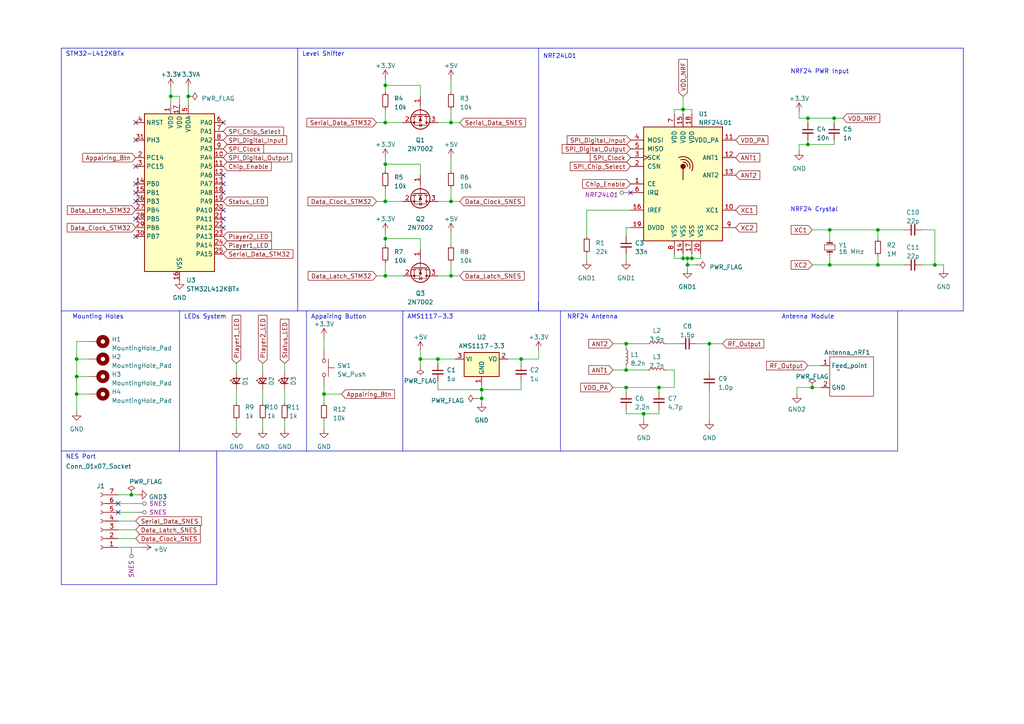
<source format=kicad_sch>
(kicad_sch (version 20230121) (generator eeschema)
  (paper "A4")
  (title_block (title "SNES Wireless Receiver (NRF24L01 Include)") (date "2023-04-17") (rev "2.0") (company "ENSEA"))
  (lib_symbols
    (symbol "Antenna_nRF24_2_4GHz:Antenna_nRF_2_4GHz"
      (property "Reference" "Antenna_nRF" (at 0 7.62 0))
      (symbol "Antenna_nRF_2_4GHz_0_1"
        (rectangle (start -6.35 6.35) (end 6.35 -5.08))
      )
      (symbol "Antenna_nRF_2_4GHz_1_1"
        (pin bidirectional line (at -8.89 3.81 0) (length 2.54) (name "Feed_point") (number "1"))
        (pin power_in line (at -8.89 -2.54 0) (length 2.54) (name "GND") (number "2"))
      )
    )
    (symbol "Connector:Conn_01x07_Socket" (pin_names (offset 1.016) hide)
      (property "Reference" "J" (at 0 10.16 0))
      (property "Value" "Conn_01x07_Socket" (at 0 -10.16 0))
      (symbol "Conn_01x07_Socket_1_1"
        (arc (start 0 -7.112) (mid -0.5058 -7.62) (end 0 -8.128) (stroke (width 0.1524)))
        (arc (start 0 -4.572) (mid -0.5058 -5.08) (end 0 -5.588) (stroke (width 0.1524)))
        (arc (start 0 -2.032) (mid -0.5058 -2.54) (end 0 -3.048) (stroke (width 0.1524)))
        (polyline (pts (xy -1.27 -7.62) (xy -0.508 -7.62)) (stroke (width 0.1524)))
        (polyline (pts (xy -1.27 -5.08) (xy -0.508 -5.08)) (stroke (width 0.1524)))
        (polyline (pts (xy -1.27 -2.54) (xy -0.508 -2.54)) (stroke (width 0.1524)))
        (polyline (pts (xy -1.27 0) (xy -0.508 0)) (stroke (width 0.1524)))
        (polyline (pts (xy -1.27 2.54) (xy -0.508 2.54)) (stroke (width 0.1524)))
        (polyline (pts (xy -1.27 5.08) (xy -0.508 5.08)) (stroke (width 0.1524)))
        (polyline (pts (xy -1.27 7.62) (xy -0.508 7.62)) (stroke (width 0.1524)))
        (arc (start 0 0.508) (mid -0.5058 0) (end 0 -0.508) (stroke (width 0.1524)))
        (arc (start 0 3.048) (mid -0.5058 2.54) (end 0 2.032) (stroke (width 0.1524)))
        (arc (start 0 5.588) (mid -0.5058 5.08) (end 0 4.572) (stroke (width 0.1524)))
        (arc (start 0 8.128) (mid -0.5058 7.62) (end 0 7.112) (stroke (width 0.1524)))
        (pin passive line (at -5.08 7.62 0) (length 3.81) (name "Pin_1") (number "1"))
        (pin passive line (at -5.08 5.08 0) (length 3.81) (name "Pin_2") (number "2"))
        (pin passive line (at -5.08 2.54 0) (length 3.81) (name "Pin_3") (number "3"))
        (pin passive line (at -5.08 0 0) (length 3.81) (name "Pin_4") (number "4"))
        (pin passive line (at -5.08 -2.54 0) (length 3.81) (name "Pin_5") (number "5"))
        (pin passive line (at -5.08 -5.08 0) (length 3.81) (name "Pin_6") (number "6"))
        (pin passive line (at -5.08 -7.62 0) (length 3.81) (name "Pin_7") (number "7"))
      )
    )
    (symbol "Device:C_Small" (pin_numbers hide) (pin_names (offset 0.254) hide)
      (property "Reference" "C" (at 0.254 1.778 0))
      (property "Value" "C_Small" (at 0.254 -2.032 0))
      (symbol "C_Small_0_1"
        (polyline (pts (xy -1.524 -0.508) (xy 1.524 -0.508)) (stroke (width 0.3302)))
        (polyline (pts (xy -1.524 0.508) (xy 1.524 0.508)) (stroke (width 0.3048)))
      )
      (symbol "C_Small_1_1"
        (pin passive line (at 0 2.54 270) (length 2.032) (name "~") (number "1"))
        (pin passive line (at 0 -2.54 90) (length 2.032) (name "~") (number "2"))
      )
    )
    (symbol "Device:Crystal_Small" (pin_numbers hide) (pin_names (offset 1.016) hide)
      (property "Reference" "Y" (at 0 2.54 0))
      (property "Value" "Crystal_Small" (at 0 -2.54 0))
      (symbol "Crystal_Small_0_1"
        (rectangle (start -0.762 -1.524) (end 0.762 1.524))
        (polyline (pts (xy -1.27 -0.762) (xy -1.27 0.762)) (stroke (width 0.381)))
        (polyline (pts (xy 1.27 -0.762) (xy 1.27 0.762)) (stroke (width 0.381)))
      )
      (symbol "Crystal_Small_1_1"
        (pin passive line (at -2.54 0 0) (length 1.27) (name "1") (number "1"))
        (pin passive line (at 2.54 0 180) (length 1.27) (name "2") (number "2"))
      )
    )
    (symbol "Device:LED_Small" (pin_numbers hide) (pin_names (offset 0.254) hide)
      (property "Reference" "D" (at -1.27 3.175 0))
      (property "Value" "LED_Small" (at -4.445 -2.54 0))
      (symbol "LED_Small_0_1"
        (polyline (pts (xy -0.762 -1.016) (xy -0.762 1.016)) (stroke (width 0.254)))
        (polyline (pts (xy 1.016 0) (xy -0.762 0)))
        (polyline (pts (xy 0.762 -1.016) (xy -0.762 0) (xy 0.762 1.016) (xy 0.762 -1.016)) (stroke (width 0.254)))
        (polyline (pts (xy 0 0.762) (xy -0.508 1.27) (xy -0.254 1.27) (xy -0.508 1.27) (xy -0.508 1.016)))
        (polyline (pts (xy 0.508 1.27) (xy 0 1.778) (xy 0.254 1.778) (xy 0 1.778) (xy 0 1.524)))
      )
      (symbol "LED_Small_1_1"
        (pin passive line (at -2.54 0 0) (length 1.778) (name "K") (number "1"))
        (pin passive line (at 2.54 0 180) (length 1.778) (name "A") (number "2"))
      )
    )
    (symbol "Device:L_Small" (pin_numbers hide) (pin_names (offset 0.254) hide)
      (property "Reference" "L" (at 0.762 1.016 0))
      (property "Value" "L_Small" (at 0.762 -1.016 0))
      (symbol "L_Small_0_1"
        (arc (start 0 -2.032) (mid 0.5058 -1.524) (end 0 -1.016))
        (arc (start 0 -1.016) (mid 0.5058 -0.508) (end 0 0))
        (arc (start 0 0) (mid 0.5058 0.508) (end 0 1.016))
        (arc (start 0 1.016) (mid 0.5058 1.524) (end 0 2.032))
      )
      (symbol "L_Small_1_1"
        (pin passive line (at 0 2.54 270) (length 0.508) (name "~") (number "1"))
        (pin passive line (at 0 -2.54 90) (length 0.508) (name "~") (number "2"))
      )
    )
    (symbol "Device:R_Small" (pin_numbers hide) (pin_names (offset 0.254) hide)
      (property "Reference" "R" (at 0.762 0.508 0))
      (property "Value" "R_Small" (at 0.762 -1.016 0))
      (symbol "R_Small_0_1"
        (rectangle (start -0.762 1.778) (end 0.762 -1.778) (stroke (width 0.2032)))
      )
      (symbol "R_Small_1_1"
        (pin passive line (at 0 2.54 270) (length 0.762) (name "~") (number "1"))
        (pin passive line (at 0 -2.54 90) (length 0.762) (name "~") (number "2"))
      )
    )
    (symbol "MCU_ST_STM32L4:STM32L412KBTx"
      (property "Reference" "U" (at -10.16 24.13 0))
      (property "Value" "STM32L412KBTx" (at 5.08 24.13 0))
      (symbol "STM32L412KBTx_0_1"
        (rectangle (start -10.16 -22.86) (end 10.16 22.86) (stroke (width 0.254)) (fill (type background)))
      )
      (symbol "STM32L412KBTx_1_1"
        (pin power_in line (at -2.54 25.4 270) (length 2.54) (name "VDD") (number "1"))
        (pin bidirectional line (at 12.7 10.16 180) (length 2.54) (name "PA4") (number "10"))
        (pin bidirectional line (at 12.7 7.62 180) (length 2.54) (name "PA5") (number "11"))
        (pin bidirectional line (at 12.7 5.08 180) (length 2.54) (name "PA6") (number "12"))
        (pin bidirectional line (at 12.7 2.54 180) (length 2.54) (name "PA7") (number "13"))
        (pin bidirectional line (at -12.7 2.54 0) (length 2.54) (name "PB0") (number "14"))
        (pin bidirectional line (at -12.7 0 0) (length 2.54) (name "PB1") (number "15"))
        (pin power_in line (at 0 -25.4 90) (length 2.54) (name "VSS") (number "16"))
        (pin power_in line (at 0 25.4 270) (length 2.54) (name "VDD") (number "17"))
        (pin bidirectional line (at 12.7 0 180) (length 2.54) (name "PA8") (number "18"))
        (pin bidirectional line (at 12.7 -2.54 180) (length 2.54) (name "PA9") (number "19"))
        (pin bidirectional line (at -12.7 10.16 0) (length 2.54) (name "PC14") (number "2"))
        (pin bidirectional line (at 12.7 -5.08 180) (length 2.54) (name "PA10") (number "20"))
        (pin bidirectional line (at 12.7 -7.62 180) (length 2.54) (name "PA11") (number "21"))
        (pin bidirectional line (at 12.7 -10.16 180) (length 2.54) (name "PA12") (number "22"))
        (pin bidirectional line (at 12.7 -12.7 180) (length 2.54) (name "PA13") (number "23"))
        (pin bidirectional line (at 12.7 -15.24 180) (length 2.54) (name "PA14") (number "24"))
        (pin bidirectional line (at 12.7 -17.78 180) (length 2.54) (name "PA15") (number "25"))
        (pin bidirectional line (at -12.7 -2.54 0) (length 2.54) (name "PB3") (number "26"))
        (pin bidirectional line (at -12.7 -5.08 0) (length 2.54) (name "PB4") (number "27"))
        (pin bidirectional line (at -12.7 -7.62 0) (length 2.54) (name "PB5") (number "28"))
        (pin bidirectional line (at -12.7 -10.16 0) (length 2.54) (name "PB6") (number "29"))
        (pin bidirectional line (at -12.7 7.62 0) (length 2.54) (name "PC15") (number "3"))
        (pin bidirectional line (at -12.7 -12.7 0) (length 2.54) (name "PB7") (number "30"))
        (pin bidirectional line (at -12.7 15.24 0) (length 2.54) (name "PH3") (number "31"))
        (pin passive line (at 0 -25.4 90) (length 2.54) hide (name "VSS") (number "32"))
        (pin input line (at -12.7 20.32 0) (length 2.54) (name "NRST") (number "4"))
        (pin power_in line (at 2.54 25.4 270) (length 2.54) (name "VDDA") (number "5"))
        (pin bidirectional line (at 12.7 20.32 180) (length 2.54) (name "PA0") (number "6"))
        (pin bidirectional line (at 12.7 17.78 180) (length 2.54) (name "PA1") (number "7"))
        (pin bidirectional line (at 12.7 15.24 180) (length 2.54) (name "PA2") (number "8"))
        (pin bidirectional line (at 12.7 12.7 180) (length 2.54) (name "PA3") (number "9"))
      )
    )
    (symbol "Mechanical:MountingHole_Pad" (pin_numbers hide) (pin_names (offset 1.016) hide)
      (property "Reference" "H" (at 0 6.35 0))
      (property "Value" "MountingHole_Pad" (at 0 4.445 0))
      (symbol "MountingHole_Pad_0_1"
        (circle (center 0 1.27) (radius 1.27) (stroke (width 1.27)))
      )
      (symbol "MountingHole_Pad_1_1"
        (pin input line (at 0 -2.54 90) (length 2.54) (name "1") (number "1"))
      )
    )
    (symbol "RF:NRF24L01" (pin_names (offset 1.016))
      (property "Reference" "U" (at -11.43 17.78 0))
      (property "Value" "NRF24L01" (at 5.08 17.78 0))
      (symbol "NRF24L01_0_1"
        (rectangle (start -11.43 16.51) (end 11.43 -16.51) (stroke (width 0.254)) (fill (type background)))
        (polyline (pts (xy 0 4.445) (xy 0 1.27)) (stroke (width 0.254)))
        (circle (center 0 5.08) (radius 0.635) (stroke (width 0.254)) (fill (type outline)))
        (arc (start 1.27 5.08) (mid 0.9071 5.9946) (end 0 6.35) (stroke (width 0.254)))
        (arc (start 1.905 4.445) (mid 1.4313 6.5254) (end -0.635 6.985) (stroke (width 0.254)))
        (arc (start 2.54 3.81) (mid 2.008 7.088) (end -1.27 7.62) (stroke (width 0.254)))
        (rectangle (start 11.43 -13.97) (end 11.43 -13.97))
      )
      (symbol "NRF24L01_1_1"
        (pin input line (at -15.24 0 0) (length 3.81) (name "CE") (number "1"))
        (pin passive line (at 15.24 -7.62 180) (length 3.81) (name "XC1") (number "10"))
        (pin power_out line (at 15.24 12.7 180) (length 3.81) (name "VDD_PA") (number "11"))
        (pin passive line (at 15.24 7.62 180) (length 3.81) (name "ANT1") (number "12"))
        (pin passive line (at 15.24 2.54 180) (length 3.81) (name "ANT2") (number "13"))
        (pin power_in line (at 0 -20.32 90) (length 3.81) (name "VSS") (number "14"))
        (pin power_in line (at 0 20.32 270) (length 3.81) (name "VDD") (number "15"))
        (pin passive line (at -15.24 -7.62 0) (length 3.81) (name "IREF") (number "16"))
        (pin power_in line (at 2.54 -20.32 90) (length 3.81) (name "VSS") (number "17"))
        (pin power_in line (at 2.54 20.32 270) (length 3.81) (name "VDD") (number "18"))
        (pin power_out line (at -15.24 -12.7 0) (length 3.81) (name "DVDD") (number "19"))
        (pin input line (at -15.24 5.08 0) (length 3.81) (name "CSN") (number "2"))
        (pin power_in line (at 5.08 -20.32 90) (length 3.81) (name "VSS") (number "20"))
        (pin input clock (at -15.24 7.62 0) (length 3.81) (name "SCK") (number "3"))
        (pin input line (at -15.24 12.7 0) (length 3.81) (name "MOSI") (number "4"))
        (pin output line (at -15.24 10.16 0) (length 3.81) (name "MISO") (number "5"))
        (pin output line (at -15.24 -2.54 0) (length 3.81) (name "IRQ") (number "6"))
        (pin power_in line (at -2.54 20.32 270) (length 3.81) (name "VDD") (number "7"))
        (pin power_in line (at -2.54 -20.32 90) (length 3.81) (name "VSS") (number "8"))
        (pin passive line (at 15.24 -12.7 180) (length 3.81) (name "XC2") (number "9"))
      )
    )
    (symbol "Regulator_Linear:AMS1117-3.3"
      (property "Reference" "U" (at -3.81 3.175 0))
      (property "Value" "AMS1117-3.3" (at 0 3.175 0))
      (symbol "AMS1117-3.3_0_1"
        (rectangle (start -5.08 -5.08) (end 5.08 1.905) (stroke (width 0.254)) (fill (type background)))
      )
      (symbol "AMS1117-3.3_1_1"
        (pin power_in line (at 0 -7.62 90) (length 2.54) (name "GND") (number "1"))
        (pin power_out line (at 7.62 0 180) (length 2.54) (name "VO") (number "2"))
        (pin power_in line (at -7.62 0 0) (length 2.54) (name "VI") (number "3"))
      )
    )
    (symbol "Switch:SW_Push" (pin_numbers hide) (pin_names (offset 1.016) hide)
      (property "Reference" "SW" (at 1.27 2.54 0))
      (property "Value" "SW_Push" (at 0 -1.524 0))
      (symbol "SW_Push_0_1"
        (circle (center -2.032 0) (radius 0.508))
        (polyline (pts (xy 0 1.27) (xy 0 3.048)))
        (polyline (pts (xy 2.54 1.27) (xy -2.54 1.27)))
        (circle (center 2.032 0) (radius 0.508))
        (pin passive line (at -5.08 0 0) (length 2.54) (name "1") (number "1"))
        (pin passive line (at 5.08 0 180) (length 2.54) (name "2") (number "2"))
      )
    )
    (symbol "Transistor_FET:2N7002" (pin_names hide)
      (property "Reference" "Q" (at 5.08 1.905 0))
      (property "Value" "2N7002" (at 5.08 0 0))
      (symbol "2N7002_0_1"
        (polyline (pts (xy 0.254 0) (xy -2.54 0)))
        (polyline (pts (xy 0.254 1.905) (xy 0.254 -1.905)) (stroke (width 0.254)))
        (polyline (pts (xy 0.762 -1.27) (xy 0.762 -2.286)) (stroke (width 0.254)))
        (polyline (pts (xy 0.762 0.508) (xy 0.762 -0.508)) (stroke (width 0.254)))
        (polyline (pts (xy 0.762 2.286) (xy 0.762 1.27)) (stroke (width 0.254)))
        (polyline (pts (xy 2.54 2.54) (xy 2.54 1.778)))
        (polyline (pts (xy 2.54 -2.54) (xy 2.54 0) (xy 0.762 0)))
        (polyline (pts (xy 0.762 -1.778) (xy 3.302 -1.778) (xy 3.302 1.778) (xy 0.762 1.778)))
        (polyline (pts (xy 1.016 0) (xy 2.032 0.381) (xy 2.032 -0.381) (xy 1.016 0)) (fill (type outline)))
        (polyline (pts (xy 2.794 0.508) (xy 2.921 0.381) (xy 3.683 0.381) (xy 3.81 0.254)))
        (polyline (pts (xy 3.302 0.381) (xy 2.921 -0.254) (xy 3.683 -0.254) (xy 3.302 0.381)))
        (circle (center 1.651 0) (radius 2.794) (stroke (width 0.254)))
        (circle (center 2.54 -1.778) (radius 0.254) (fill (type outline)))
        (circle (center 2.54 1.778) (radius 0.254) (fill (type outline)))
      )
      (symbol "2N7002_1_1"
        (pin input line (at -5.08 0 0) (length 2.54) (name "G") (number "1"))
        (pin passive line (at 2.54 -5.08 90) (length 2.54) (name "S") (number "2"))
        (pin passive line (at 2.54 5.08 270) (length 2.54) (name "D") (number "3"))
      )
    )
    (symbol "power:+3.3V" (power) (pin_names (offset 0))
      (property "Value" "+3.3V" (at 0 3.556 0))
      (symbol "+3.3V_0_1"
        (polyline (pts (xy -0.762 1.27) (xy 0 2.54)))
        (polyline (pts (xy 0 0) (xy 0 2.54)))
        (polyline (pts (xy 0 2.54) (xy 0.762 1.27)))
      )
      (symbol "+3.3V_1_1"
        (pin power_in line (at 0 0 90) (length 0) hide (name "+3.3V") (number "1"))
      )
    )
    (symbol "power:+3.3VA" (power) (pin_names (offset 0))
      (property "Value" "+3.3VA" (at 0 3.556 0))
      (symbol "+3.3VA_0_1"
        (polyline (pts (xy -0.762 1.27) (xy 0 2.54)))
        (polyline (pts (xy 0 0) (xy 0 2.54)))
        (polyline (pts (xy 0 2.54) (xy 0.762 1.27)))
      )
      (symbol "+3.3VA_1_1"
        (pin power_in line (at 0 0 90) (length 0) hide (name "+3.3VA") (number "1"))
      )
    )
    (symbol "power:+5V" (power) (pin_names (offset 0))
      (property "Value" "+5V" (at 0 3.556 0))
      (symbol "+5V_0_1"
        (polyline (pts (xy -0.762 1.27) (xy 0 2.54)))
        (polyline (pts (xy 0 0) (xy 0 2.54)))
        (polyline (pts (xy 0 2.54) (xy 0.762 1.27)))
      )
      (symbol "+5V_1_1"
        (pin power_in line (at 0 0 90) (length 0) hide (name "+5V") (number "1"))
      )
    )
    (symbol "power:GND" (power) (pin_names (offset 0))
      (property "Value" "GND" (at 0 -3.81 0))
      (symbol "GND_0_1"
        (polyline (pts (xy 0 0) (xy 0 -1.27) (xy 1.27 -1.27) (xy 0 -2.54) (xy -1.27 -1.27) (xy 0 -1.27)))
      )
      (symbol "GND_1_1"
        (pin power_in line (at 0 0 270) (length 0) hide (name "GND") (number "1"))
      )
    )
    (symbol "power:GND1" (power) (pin_names (offset 0))
      (property "Value" "GND1" (at 0 -3.81 0))
      (symbol "GND1_0_1"
        (polyline (pts (xy 0 0) (xy 0 -1.27) (xy 1.27 -1.27) (xy 0 -2.54) (xy -1.27 -1.27) (xy 0 -1.27)))
      )
      (symbol "GND1_1_1"
        (pin power_in line (at 0 0 270) (length 0) hide (name "GND1") (number "1"))
      )
    )
    (symbol "power:GND2" (power) (pin_names (offset 0))
      (property "Value" "GND2" (at 0 -3.81 0))
      (symbol "GND2_0_1"
        (polyline (pts (xy 0 0) (xy 0 -1.27) (xy 1.27 -1.27) (xy 0 -2.54) (xy -1.27 -1.27) (xy 0 -1.27)))
      )
      (symbol "GND2_1_1"
        (pin power_in line (at 0 0 270) (length 0) hide (name "GND2") (number "1"))
      )
    )
    (symbol "power:GND3" (power) (pin_names (offset 0))
      (property "Value" "GND3" (at 0 -3.81 0))
      (symbol "GND3_0_1"
        (polyline (pts (xy 0 0) (xy 0 -1.27) (xy 1.27 -1.27) (xy 0 -2.54) (xy -1.27 -1.27) (xy 0 -1.27)))
      )
      (symbol "GND3_1_1"
        (pin power_in line (at 0 0 270) (length 0) hide (name "GND3") (number "1"))
      )
    )
    (symbol "power:PWR_FLAG" (power) (pin_numbers hide) (pin_names (offset 0) hide)
      (property "Value" "PWR_FLAG" (at 0 3.81 0))
      (symbol "PWR_FLAG_0_0"
        (pin power_out line (at 0 0 90) (length 0) (name "pwr") (number "1"))
      )
      (symbol "PWR_FLAG_0_1"
        (polyline (pts (xy 0 0) (xy 0 1.27) (xy -1.016 1.905) (xy 0 2.54) (xy 1.016 1.905) (xy 0 1.27)))
      )
    )
  )
  (junction (at 240.665 66.675))
  (junction (at 22.225 114.3))
  (junction (at 38.1 143.51))
  (junction (at 198.12 74.93))
  (junction (at 198.12 31.75))
  (junction (at 199.39 74.93))
  (junction (at 54.61 27.94))
  (junction (at 205.74 99.695))
  (junction (at 139.7 115.57))
  (junction (at 130.81 58.42))
  (junction (at 111.76 80.01))
  (junction (at 49.53 27.94))
  (junction (at 234.315 41.91))
  (junction (at 254.635 76.835))
  (junction (at 181.61 107.315))
  (junction (at 111.76 69.215))
  (junction (at 121.92 104.14))
  (junction (at 181.61 112.395))
  (junction (at 271.145 76.835))
  (junction (at 22.225 109.22))
  (junction (at 111.76 58.42))
  (junction (at 130.81 80.01))
  (junction (at 130.81 35.56))
  (junction (at 93.98 114.3))
  (junction (at 235.585 112.395))
  (junction (at 199.39 76.835))
  (junction (at 22.225 104.14))
  (junction (at 234.315 34.29))
  (junction (at 254.635 66.675))
  (junction (at 200.66 74.93))
  (junction (at 181.61 99.695))
  (junction (at 111.76 47.625))
  (junction (at 241.935 34.29))
  (junction (at 191.135 112.395))
  (junction (at 111.76 35.56))
  (junction (at 151.13 104.14))
  (junction (at 111.76 24.765))
  (junction (at 240.665 76.835))
  (junction (at 127 104.14))
  (junction (at 139.7 113.03))
  (junction (at 186.69 120.015))
  (no_connect (at 39.37 53.34))
  (no_connect (at 64.77 55.88))
  (no_connect (at 39.37 48.26))
  (no_connect (at 34.29 146.05))
  (no_connect (at 39.37 35.56))
  (no_connect (at 64.77 60.96))
  (no_connect (at 39.37 68.58))
  (no_connect (at 39.37 63.5))
  (no_connect (at 182.88 55.88))
  (no_connect (at 64.77 53.34))
  (no_connect (at 39.37 40.64))
  (no_connect (at 64.77 50.8))
  (no_connect (at 39.37 55.88))
  (no_connect (at 34.29 148.59))
  (no_connect (at 39.37 58.42))
  (no_connect (at 64.77 35.56))
  (no_connect (at 64.77 63.5))
  (no_connect (at 64.77 66.04))
  (wire (pts (xy 121.92 104.14) (xy 127 104.14)))
  (wire (pts (xy 121.92 106.045) (xy 121.92 104.14)))
  (wire (pts (xy 111.76 22.86) (xy 111.76 24.765)))
  (wire (pts (xy 139.7 113.03) (xy 127 113.03)))
  (wire (pts (xy 273.685 76.835) (xy 273.685 78.105)))
  (wire (pts (xy 34.29 143.51) (xy 38.1 143.51)))
  (wire (pts (xy 121.92 104.14) (xy 121.92 101.6)))
  (wire (pts (xy 235.585 112.395) (xy 238.125 112.395)))
  (wire (pts (xy 182.88 66.04) (xy 181.61 66.04)))
  (wire (pts (xy 186.69 120.015) (xy 191.135 120.015)))
  (wire (pts (xy 240.665 66.675) (xy 254.635 66.675)))
  (polyline (pts (xy 279.4 13.97) (xy 279.4 90.17)))
  (wire (pts (xy 244.475 34.29) (xy 241.935 34.29)))
  (wire (pts (xy 111.76 76.2) (xy 111.76 80.01)))
  (wire (pts (xy 68.58 113.03) (xy 68.58 116.84)))
  (wire (pts (xy 170.18 60.96) (xy 170.18 68.58)))
  (wire (pts (xy 34.29 153.67) (xy 39.37 153.67)))
  (polyline (pts (xy 52.07 90.17) (xy 52.07 130.81)))
  (wire (pts (xy 111.76 58.42) (xy 116.84 58.42)))
  (wire (pts (xy 82.55 113.03) (xy 82.55 116.84)))
  (wire (pts (xy 186.69 120.015) (xy 186.69 121.92)))
  (wire (pts (xy 34.29 158.75) (xy 41.275 158.75)))
  (polyline (pts (xy 52.07 130.81) (xy 17.78 130.81)))
  (wire (pts (xy 234.315 41.91) (xy 241.935 41.91)))
  (wire (pts (xy 199.39 74.93) (xy 200.66 74.93)))
  (wire (pts (xy 34.29 156.21) (xy 39.37 156.21)))
  (wire (pts (xy 198.12 74.93) (xy 198.12 73.66)))
  (wire (pts (xy 111.76 69.215) (xy 111.76 71.12)))
  (wire (pts (xy 234.315 40.64) (xy 234.315 41.91)))
  (polyline (pts (xy 86.36 90.17) (xy 73.66 90.17)))
  (wire (pts (xy 170.18 60.96) (xy 182.88 60.96)))
  (wire (pts (xy 132.08 104.14) (xy 127 104.14)))
  (wire (pts (xy 127 58.42) (xy 130.81 58.42)))
  (wire (pts (xy 267.335 66.675) (xy 271.145 66.675)))
  (wire (pts (xy 76.2 105.41) (xy 76.2 107.95)))
  (wire (pts (xy 200.66 33.02) (xy 200.66 31.75)))
  (wire (pts (xy 111.76 35.56) (xy 116.84 35.56)))
  (wire (pts (xy 130.81 80.01) (xy 130.81 76.2)))
  (wire (pts (xy 241.935 41.91) (xy 241.935 40.64)))
  (wire (pts (xy 151.13 113.03) (xy 139.7 113.03)))
  (polyline (pts (xy 73.66 13.97) (xy 86.36 13.97)))
  (polyline (pts (xy 156.21 87.63) (xy 156.21 90.17)))
  (wire (pts (xy 271.145 76.835) (xy 273.685 76.835)))
  (wire (pts (xy 151.13 104.14) (xy 156.21 104.14)))
  (wire (pts (xy 195.58 112.395) (xy 195.58 107.315)))
  (wire (pts (xy 234.315 34.29) (xy 241.935 34.29)))
  (wire (pts (xy 170.18 75.565) (xy 170.18 73.66)))
  (wire (pts (xy 121.92 27.94) (xy 121.92 24.765)))
  (wire (pts (xy 82.55 121.92) (xy 82.55 124.46)))
  (wire (pts (xy 181.61 106.045) (xy 181.61 107.315)))
  (wire (pts (xy 200.66 74.93) (xy 200.66 73.66)))
  (wire (pts (xy 198.12 27.94) (xy 198.12 31.75)))
  (wire (pts (xy 139.7 115.57) (xy 139.7 116.84)))
  (wire (pts (xy 111.76 47.625) (xy 121.92 47.625)))
  (wire (pts (xy 111.76 67.31) (xy 111.76 69.215)))
  (wire (pts (xy 68.58 105.41) (xy 68.58 107.95)))
  (wire (pts (xy 240.665 66.675) (xy 240.665 69.215)))
  (wire (pts (xy 111.76 69.215) (xy 121.92 69.215)))
  (wire (pts (xy 22.225 104.14) (xy 26.035 104.14)))
  (wire (pts (xy 38.1 143.51) (xy 40.005 143.51)))
  (polyline (pts (xy 156.21 90.17) (xy 156.21 13.97)))
  (wire (pts (xy 240.665 76.835) (xy 254.635 76.835)))
  (wire (pts (xy 39.37 148.59) (xy 34.29 148.59)))
  (wire (pts (xy 234.315 106.045) (xy 238.125 106.045)))
  (wire (pts (xy 111.76 80.01) (xy 116.84 80.01)))
  (polyline (pts (xy 260.35 90.17) (xy 260.35 130.81)))
  (wire (pts (xy 181.61 75.565) (xy 181.61 73.66)))
  (wire (pts (xy 82.55 105.41) (xy 82.55 107.95)))
  (wire (pts (xy 195.58 33.02) (xy 195.58 31.75)))
  (wire (pts (xy 127 104.14) (xy 127 105.41)))
  (wire (pts (xy 130.81 22.86) (xy 130.81 26.67)))
  (wire (pts (xy 195.58 74.93) (xy 198.12 74.93)))
  (wire (pts (xy 130.81 35.56) (xy 133.35 35.56)))
  (wire (pts (xy 240.665 76.835) (xy 235.585 76.835)))
  (wire (pts (xy 231.775 32.385) (xy 231.775 34.29)))
  (wire (pts (xy 151.13 110.49) (xy 151.13 113.03)))
  (wire (pts (xy 231.775 41.91) (xy 231.775 43.815)))
  (wire (pts (xy 198.12 31.75) (xy 198.12 33.02)))
  (wire (pts (xy 151.13 105.41) (xy 151.13 104.14)))
  (wire (pts (xy 130.81 80.01) (xy 133.35 80.01)))
  (wire (pts (xy 151.13 104.14) (xy 147.32 104.14)))
  (wire (pts (xy 231.775 41.91) (xy 234.315 41.91)))
  (wire (pts (xy 130.81 35.56) (xy 130.81 31.75)))
  (polyline (pts (xy 62.865 169.545) (xy 17.78 169.545)))
  (wire (pts (xy 68.58 121.92) (xy 68.58 124.46)))
  (wire (pts (xy 205.74 99.695) (xy 205.74 107.95)))
  (wire (pts (xy 76.2 113.03) (xy 76.2 116.84)))
  (wire (pts (xy 22.225 114.3) (xy 22.225 119.38)))
  (wire (pts (xy 181.61 112.395) (xy 191.135 112.395)))
  (wire (pts (xy 231.14 112.395) (xy 235.585 112.395)))
  (wire (pts (xy 181.61 113.665) (xy 181.61 112.395)))
  (wire (pts (xy 203.2 74.93) (xy 203.2 73.66)))
  (polyline (pts (xy 86.36 90.17) (xy 156.21 90.17)))
  (wire (pts (xy 127 35.56) (xy 130.81 35.56)))
  (wire (pts (xy 200.66 31.75) (xy 198.12 31.75)))
  (wire (pts (xy 195.58 31.75) (xy 198.12 31.75)))
  (polyline (pts (xy 156.21 13.97) (xy 279.4 13.97)))
  (wire (pts (xy 22.225 99.06) (xy 22.225 104.14)))
  (wire (pts (xy 22.225 109.22) (xy 22.225 114.3)))
  (wire (pts (xy 22.225 114.3) (xy 26.035 114.3)))
  (wire (pts (xy 76.2 121.92) (xy 76.2 124.46)))
  (wire (pts (xy 193.04 99.695) (xy 196.85 99.695)))
  (wire (pts (xy 198.12 74.93) (xy 199.39 74.93)))
  (wire (pts (xy 130.81 58.42) (xy 133.35 58.42)))
  (polyline (pts (xy 62.865 130.81) (xy 62.865 169.545)))
  (wire (pts (xy 49.53 27.94) (xy 49.53 25.4)))
  (wire (pts (xy 93.98 121.92) (xy 93.98 124.46)))
  (polyline (pts (xy 162.56 90.17) (xy 162.56 130.81)))
  (polyline (pts (xy 156.21 90.17) (xy 279.4 90.17)))
  (wire (pts (xy 199.39 76.835) (xy 199.39 78.105)))
  (wire (pts (xy 111.76 31.75) (xy 111.76 35.56)))
  (wire (pts (xy 205.74 113.03) (xy 205.74 121.92)))
  (wire (pts (xy 191.135 112.395) (xy 195.58 112.395)))
  (polyline (pts (xy 17.78 90.17) (xy 17.78 13.97)))
  (wire (pts (xy 231.14 112.395) (xy 231.14 114.3)))
  (wire (pts (xy 205.74 99.695) (xy 209.55 99.695)))
  (wire (pts (xy 54.61 25.4) (xy 54.61 27.94)))
  (wire (pts (xy 130.81 58.42) (xy 130.81 54.61)))
  (polyline (pts (xy 162.56 130.81) (xy 260.35 130.81)))
  (wire (pts (xy 271.145 76.835) (xy 267.335 76.835)))
  (wire (pts (xy 109.22 58.42) (xy 111.76 58.42)))
  (wire (pts (xy 52.07 30.48) (xy 52.07 27.94)))
  (wire (pts (xy 111.76 54.61) (xy 111.76 58.42)))
  (wire (pts (xy 139.7 113.03) (xy 139.7 111.76)))
  (wire (pts (xy 138.43 115.57) (xy 139.7 115.57)))
  (wire (pts (xy 177.8 107.315) (xy 181.61 107.315)))
  (wire (pts (xy 271.145 66.675) (xy 271.145 76.835)))
  (wire (pts (xy 199.39 74.93) (xy 199.39 76.835)))
  (wire (pts (xy 181.61 99.695) (xy 187.96 99.695)))
  (wire (pts (xy 181.61 100.965) (xy 181.61 99.695)))
  (wire (pts (xy 26.035 99.06) (xy 22.225 99.06)))
  (wire (pts (xy 195.58 73.66) (xy 195.58 74.93)))
  (wire (pts (xy 177.8 99.695) (xy 181.61 99.695)))
  (wire (pts (xy 111.76 24.765) (xy 111.76 26.67)))
  (wire (pts (xy 93.98 114.3) (xy 93.98 116.84)))
  (wire (pts (xy 195.58 107.315) (xy 193.04 107.315)))
  (wire (pts (xy 93.98 111.76) (xy 93.98 114.3)))
  (wire (pts (xy 181.61 66.04) (xy 181.61 68.58)))
  (wire (pts (xy 22.225 104.14) (xy 22.225 109.22)))
  (wire (pts (xy 231.775 34.29) (xy 234.315 34.29)))
  (polyline (pts (xy 116.84 130.81) (xy 116.84 90.17)))
  (wire (pts (xy 241.935 34.29) (xy 241.935 35.56)))
  (polyline (pts (xy 88.9 90.17) (xy 88.9 130.81)))
  (polyline (pts (xy 156.21 13.97) (xy 86.36 13.97)))
  (wire (pts (xy 52.07 27.94) (xy 49.53 27.94)))
  (wire (pts (xy 111.76 24.765) (xy 121.92 24.765)))
  (wire (pts (xy 49.53 27.94) (xy 49.53 30.48)))
  (wire (pts (xy 201.93 99.695) (xy 205.74 99.695)))
  (wire (pts (xy 121.92 50.8) (xy 121.92 47.625)))
  (polyline (pts (xy 17.78 130.81) (xy 17.78 90.17)))
  (wire (pts (xy 54.61 27.94) (xy 54.61 30.48)))
  (wire (pts (xy 177.8 112.395) (xy 181.61 112.395)))
  (polyline (pts (xy 17.78 13.97) (xy 73.66 13.97)))
  (wire (pts (xy 186.69 120.015) (xy 181.61 120.015)))
  (wire (pts (xy 201.93 76.835) (xy 199.39 76.835)))
  (wire (pts (xy 234.315 34.29) (xy 234.315 35.56)))
  (polyline (pts (xy 73.66 90.17) (xy 17.78 90.17)))
  (wire (pts (xy 191.135 113.665) (xy 191.135 112.395)))
  (wire (pts (xy 121.92 72.39) (xy 121.92 69.215)))
  (wire (pts (xy 22.225 109.22) (xy 26.035 109.22)))
  (wire (pts (xy 254.635 66.675) (xy 254.635 69.215)))
  (polyline (pts (xy 17.78 169.545) (xy 17.78 130.81)))
  (wire (pts (xy 187.96 107.315) (xy 181.61 107.315)))
  (wire (pts (xy 130.81 67.31) (xy 130.81 71.12)))
  (wire (pts (xy 127 80.01) (xy 130.81 80.01)))
  (wire (pts (xy 200.66 74.93) (xy 203.2 74.93)))
  (wire (pts (xy 254.635 76.835) (xy 262.255 76.835)))
  (wire (pts (xy 240.665 74.295) (xy 240.665 76.835)))
  (wire (pts (xy 254.635 76.835) (xy 254.635 74.295)))
  (wire (pts (xy 109.22 35.56) (xy 111.76 35.56)))
  (polyline (pts (xy 52.07 130.81) (xy 88.9 130.81)))
  (wire (pts (xy 181.61 120.015) (xy 181.61 118.745)))
  (wire (pts (xy 191.135 118.745) (xy 191.135 120.015)))
  (wire (pts (xy 34.29 151.13) (xy 39.37 151.13)))
  (wire (pts (xy 254.635 66.675) (xy 262.255 66.675)))
  (wire (pts (xy 130.81 45.72) (xy 130.81 49.53)))
  (wire (pts (xy 93.98 114.3) (xy 99.06 114.3)))
  (wire (pts (xy 139.7 113.03) (xy 139.7 115.57)))
  (wire (pts (xy 127 113.03) (xy 127 110.49)))
  (wire (pts (xy 235.585 66.675) (xy 240.665 66.675)))
  (wire (pts (xy 93.98 97.79) (xy 93.98 101.6)))
  (wire (pts (xy 111.76 47.625) (xy 111.76 49.53)))
  (wire (pts (xy 111.76 45.72) (xy 111.76 47.625)))
  (polyline (pts (xy 88.9 130.81) (xy 116.84 130.81)))
  (wire (pts (xy 109.22 80.01) (xy 111.76 80.01)))
  (wire (pts (xy 39.37 146.05) (xy 34.29 146.05)))
  (polyline (pts (xy 116.84 130.81) (xy 162.56 130.81)))
  (polyline (pts (xy 86.36 13.97) (xy 86.36 90.17)))
  (wire (pts (xy 156.21 101.6) (xy 156.21 104.14)))
  (text "Mounting Holes\n" (at 20.955 92.71 0) (effects (font (size 1.27 1.27)) (justify left bottom)))
  (text "AMS1117-3.3" (at 118.11 92.71 0) (effects (font (size 1.27 1.27)) (justify left bottom)))
  (text "NRF24 Antenna\n" (at 164.465 92.71 0) (effects (font (size 1.27 1.27)) (justify left bottom)))
  (text "Antenna Module\n" (at 226.695 92.71 0) (effects (font (size 1.27 1.27)) (justify left bottom)))
  (text "NES Port\n" (at 19.05 133.35 0) (effects (font (size 1.27 1.27)) (justify left bottom)))
  (text "Appairing Button\n" (at 90.17 92.71 0) (effects (font (size 1.27 1.27)) (justify left bottom)))
  (text "LEDs System" (at 53.34 92.71 0) (effects (font (size 1.27 1.27)) (justify left bottom)))
  (text "STM32-L412KBTx\n" (at 19.05 16.51 0) (effects (font (size 1.27 1.27)) (justify left bottom)))
  (text "NRF24L01\n" (at 157.48 17.145 0) (effects (font (size 1.27 1.27)) (justify left bottom)))
  (text "NRF24 Crystal\n" (at 229.235 61.595 0) (effects (font (size 1.27 1.27)) (justify left bottom)))
  (text "Level Shifter\n" (at 87.63 16.51 0) (effects (font (size 1.27 1.27)) (justify left bottom)))
  (text "NRF24 PWR Input\n" (at 229.235 21.59 0) (effects (font (size 1.27 1.27)) (justify left bottom)))
  (global_label "Chip_Enable" (shape input) (at 182.88 53.34 180) (property "Intersheetrefs" "${INTERSHEET_REFS}" (effects hide)))
  (global_label "SPI_Chip_Select" (shape input) (at 182.88 48.26 180) (property "Intersheetrefs" "${INTERSHEET_REFS}" (effects hide)))
  (global_label "ANT2" (shape input) (at 177.8 99.695 180) (property "Intersheetrefs" "${INTERSHEET_REFS}" (effects hide)))
  (global_label "Serial_Data_SNES" (shape input) (at 133.35 35.56 0) (property "Intersheetrefs" "${INTERSHEET_REFS}" (effects hide)))
  (global_label "Serial_Data_STM32" (shape input) (at 109.22 35.56 180) (property "Intersheetrefs" "${INTERSHEET_REFS}" (effects hide)))
  (global_label "Player1_LED" (shape input) (at 64.77 71.12 0) (property "Intersheetrefs" "${INTERSHEET_REFS}" (effects hide)))
  (global_label "SPI_Digital_Input" (shape input) (at 64.77 40.64 0) (property "Intersheetrefs" "${INTERSHEET_REFS}" (effects hide)))
  (global_label "XC1" (shape input) (at 235.585 66.675 180) (property "Intersheetrefs" "${INTERSHEET_REFS}" (effects hide)))
  (global_label "ANT1" (shape input) (at 177.8 107.315 180) (property "Intersheetrefs" "${INTERSHEET_REFS}" (effects hide)))
  (global_label "Serial_Data_SNES" (shape input) (at 39.37 151.13 0) (property "Intersheetrefs" "${INTERSHEET_REFS}" (effects hide)))
  (global_label "Data_Clock_STM32" (shape input) (at 109.22 58.42 180) (property "Intersheetrefs" "${INTERSHEET_REFS}" (effects hide)))
  (global_label "Chip_Enable" (shape input) (at 64.77 48.26 0) (property "Intersheetrefs" "${INTERSHEET_REFS}" (effects hide)))
  (global_label "SPI_Clock" (shape input) (at 64.77 43.18 0) (property "Intersheetrefs" "${INTERSHEET_REFS}" (effects hide)))
  (global_label "Data_Latch_SNES" (shape input) (at 133.35 80.01 0) (property "Intersheetrefs" "${INTERSHEET_REFS}" (effects hide)))
  (global_label "Status_LED" (shape input) (at 64.77 58.42 0) (property "Intersheetrefs" "${INTERSHEET_REFS}" (effects hide)))
  (global_label "SPI_Digital_Input" (shape input) (at 182.88 40.64 180) (property "Intersheetrefs" "${INTERSHEET_REFS}" (effects hide)))
  (global_label "Serial_Data_STM32" (shape input) (at 64.77 73.66 0) (property "Intersheetrefs" "${INTERSHEET_REFS}" (effects hide)))
  (global_label "Appairing_Btn" (shape input) (at 39.37 45.72 180) (property "Intersheetrefs" "${INTERSHEET_REFS}" (effects hide)))
  (global_label "ANT2" (shape input) (at 213.36 50.8 0) (property "Intersheetrefs" "${INTERSHEET_REFS}" (effects hide)))
  (global_label "ANT1" (shape input) (at 213.36 45.72 0) (property "Intersheetrefs" "${INTERSHEET_REFS}" (effects hide)))
  (global_label "SPI_Digital_Output" (shape input) (at 182.88 43.18 180) (property "Intersheetrefs" "${INTERSHEET_REFS}" (effects hide)))
  (global_label "XC1" (shape input) (at 213.36 60.96 0) (property "Intersheetrefs" "${INTERSHEET_REFS}" (effects hide)))
  (global_label "Status_LED" (shape input) (at 82.55 105.41 90) (property "Intersheetrefs" "${INTERSHEET_REFS}" (effects hide)))
  (global_label "Player1_LED" (shape input) (at 68.58 105.41 90) (property "Intersheetrefs" "${INTERSHEET_REFS}" (effects hide)))
  (global_label "SPI_Digital_Output" (shape input) (at 64.77 45.72 0) (property "Intersheetrefs" "${INTERSHEET_REFS}" (effects hide)))
  (global_label "VDD_NRF" (shape input) (at 244.475 34.29 0) (property "Intersheetrefs" "${INTERSHEET_REFS}" (effects hide)))
  (global_label "VDD_NRF" (shape input) (at 198.12 27.94 90) (property "Intersheetrefs" "${INTERSHEET_REFS}" (effects hide)))
  (global_label "Data_Clock_SNES" (shape input) (at 39.37 156.21 0) (property "Intersheetrefs" "${INTERSHEET_REFS}" (effects hide)))
  (global_label "Data_Latch_STM32" (shape input) (at 39.37 60.96 180) (property "Intersheetrefs" "${INTERSHEET_REFS}" (effects hide)))
  (global_label "Data_Clock_SNES" (shape input) (at 133.35 58.42 0) (property "Intersheetrefs" "${INTERSHEET_REFS}" (effects hide)))
  (global_label "RF_Output" (shape input) (at 234.315 106.045 180) (property "Intersheetrefs" "${INTERSHEET_REFS}" (effects hide)))
  (global_label "Player2_LED" (shape input) (at 64.77 68.58 0) (property "Intersheetrefs" "${INTERSHEET_REFS}" (effects hide)))
  (global_label "Appairing_Btn" (shape input) (at 99.06 114.3 0) (property "Intersheetrefs" "${INTERSHEET_REFS}" (effects hide)))
  (global_label "Data_Latch_SNES" (shape input) (at 39.37 153.67 0) (property "Intersheetrefs" "${INTERSHEET_REFS}" (effects hide)))
  (global_label "Player2_LED" (shape input) (at 76.2 105.41 90) (property "Intersheetrefs" "${INTERSHEET_REFS}" (effects hide)))
  (global_label "Data_Latch_STM32" (shape input) (at 109.22 80.01 180) (property "Intersheetrefs" "${INTERSHEET_REFS}" (effects hide)))
  (global_label "XC2" (shape input) (at 213.36 66.04 0) (property "Intersheetrefs" "${INTERSHEET_REFS}" (effects hide)))
  (global_label "VDD_PA" (shape input) (at 177.8 112.395 180) (property "Intersheetrefs" "${INTERSHEET_REFS}" (effects hide)))
  (global_label "RF_Output" (shape input) (at 209.55 99.695 0) (property "Intersheetrefs" "${INTERSHEET_REFS}" (effects hide)))
  (global_label "SPI_Chip_Select" (shape input) (at 64.77 38.1 0) (property "Intersheetrefs" "${INTERSHEET_REFS}" (effects hide)))
  (global_label "Data_Clock_STM32" (shape input) (at 39.37 66.04 180) (property "Intersheetrefs" "${INTERSHEET_REFS}" (effects hide)))
  (global_label "VDD_PA" (shape input) (at 213.36 40.64 0) (property "Intersheetrefs" "${INTERSHEET_REFS}" (effects hide)))
  (global_label "XC2" (shape input) (at 235.585 76.835 180) (property "Intersheetrefs" "${INTERSHEET_REFS}" (effects hide)))
  (global_label "SPI_Clock" (shape input) (at 182.88 45.72 180) (property "Intersheetrefs" "${INTERSHEET_REFS}" (effects hide)))
  (netclass_flag "" (length 2.54) (shape round) (at 182.88 55.88 90) (property "Netclass" "NRF24L01" (at 169.545 56.515 0) (effects (font italic) (justify left))))
  (netclass_flag "" (length 2.54) (shape round) (at 38.1 158.75 180) (property "Netclass" "SNES" (at 38.1 162.56 90) (effects (font italic) (justify right))))
  (netclass_flag "" (length 2.54) (shape round) (at 39.37 148.59 270) (property "Netclass" "SNES" (at 43.18 148.59 0) (effects (font italic) (justify left))))
  (netclass_flag "" (length 2.54) (shape round) (at 39.37 146.05 270) (property "Netclass" "SNES" (at 43.18 146.05 0) (effects (font italic) (justify left))))
  (symbol (lib_id "power:GND") (at 273.685 78.105 0) (unit 1)
    (property "Reference" "#PWR012" (effects hide))
    (property "Value" "GND" (at 273.685 83.185 0))
  )
  (symbol (lib_id "power:+5V") (at 130.81 22.86 0) (unit 1)
    (property "Reference" "#PWR017" (effects hide))
    (property "Value" "+5V" (at 130.81 19.05 0))
  )
  (symbol (lib_id "power:+3.3V") (at 111.76 67.31 0) (unit 1)
    (property "Reference" "#PWR020" (effects hide))
    (property "Value" "+3.3V" (at 111.76 63.5 0))
  )
  (symbol (lib_id "Device:L_Small") (at 181.61 103.505 0) (unit 1)
    (property "Reference" "L1" (at 182.88 102.87 0) (effects (justify left)))
    (property "Value" "8.2n" (at 182.88 105.41 0) (effects (justify left)))
    (property "Footprint" "Inductor_SMD:L_0805_2012Metric_Pad1.05x1.20mm_HandSolder" (effects hide))
  )
  (symbol (lib_id "Mechanical:MountingHole_Pad") (at 28.575 109.22 270) (unit 1)
    (property "Reference" "H3" (at 32.385 108.585 90) (effects (justify left)))
    (property "Value" "MountingHole_Pad" (at 32.385 111.125 90) (effects (justify left)))
    (property "Footprint" "MountingHole:MountingHole_3.2mm_M3_DIN965_Pad" (effects hide))
  )
  (symbol (lib_id "power:GND2") (at 231.14 114.3 0) (unit 1)
    (property "Reference" "#PWR030" (effects hide))
    (property "Value" "GND_Antenna" (at 231.14 118.745 0))
  )
  (symbol (lib_id "Device:LED_Small") (at 68.58 110.49 90) (unit 1)
    (property "Reference" "D1" (at 71.12 110.49 0))
    (property "Value" "LED_Small" (effects hide))
    (property "Footprint" "Diode_SMD:D_0603_1608Metric_Pad1.05x0.95mm_HandSolder" (effects hide))
  )
  (symbol (lib_id "Connector:Conn_01x07_Socket") (at 29.21 151.13 180) (unit 1)
    (property "Reference" "J1" (at 29.21 140.97 0))
    (property "Value" "Conn_01x07_Socket" (at 28.575 135.255 0))
    (property "Footprint" "Connector_PinSocket_1.00mm:PinSocket_1x07_P1.00mm_Vertical" (effects hide))
  )
  (symbol (lib_id "Device:C_Small") (at 241.935 38.1 0) (unit 1)
    (property "Reference" "C5" (at 244.475 37.4713 0) (effects (justify left)))
    (property "Value" "1n" (at 244.475 40.0113 0) (effects (justify left)))
    (property "Footprint" "Capacitor_SMD:C_0603_1608Metric_Pad1.08x0.95mm_HandSolder" (effects hide))
  )
  (symbol (lib_id "power:GND1") (at 170.18 75.565 0) (unit 1)
    (property "Reference" "#PWR06" (effects hide))
    (property "Value" "GND_NRF24" (at 170.18 80.645 0))
  )
  (symbol (lib_id "Antenna_nRF24_2_4GHz:Antenna_nRF_2_4GHz") (at 247.015 109.855 0) (unit 1)
    (property "Reference" "Antenna_nRF1" (at 245.745 102.235 0))
    (property "Value" "~" (at 243.205 107.315 0))
    (property "Footprint" "RF_Antenna:Texas_SWRA117D_2.4GHz_Right" (effects hide))
    (property "Datasheet" "https://www.ti.com/lit/an/swra117d/swra117d.pdf" (effects hide))
  )
  (symbol (lib_id "power:GND") (at 76.2 124.46 0) (unit 1)
    (property "Reference" "#PWR026" (effects hide))
    (property "Value" "GND" (at 76.2 129.54 0))
  )
  (symbol (lib_id "Switch:SW_Push") (at 93.98 106.68 270) (unit 1)
    (property "Reference" "SW1" (at 97.79 106.045 90) (effects (justify left)))
    (property "Value" "SW_Push" (at 97.79 108.585 90) (effects (justify left)))
    (property "Footprint" "Button_Switch_SMD:SW_MEC_5GSH9" (effects hide))
  )
  (symbol (lib_id "Device:L_Small") (at 190.5 107.315 90) (unit 1)
    (property "Reference" "L3" (at 190.5 103.505 90))
    (property "Value" "2.7n" (at 190.5 106.045 90))
    (property "Footprint" "Inductor_SMD:L_0805_2012Metric_Pad1.05x1.20mm_HandSolder" (effects hide))
  )
  (symbol (lib_id "Device:C_Small") (at 191.135 116.205 0) (unit 1)
    (property "Reference" "C7" (at 193.675 115.5763 0) (effects (justify left)))
    (property "Value" "4.7p" (at 193.675 118.1163 0) (effects (justify left)))
    (property "Footprint" "Capacitor_SMD:C_0603_1608Metric_Pad1.08x0.95mm_HandSolder" (effects hide))
  )
  (symbol (lib_id "Device:R_Small") (at 93.98 119.38 0) (unit 1)
    (property "Reference" "R12" (at 96.52 118.745 0) (effects (justify left)))
    (property "Value" "10k" (at 96.52 121.285 0) (effects (justify left)))
    (property "Footprint" "Resistor_SMD:R_0603_1608Metric_Pad0.98x0.95mm_HandSolder" (effects hide))
  )
  (symbol (lib_id "Device:L_Small") (at 190.5 99.695 90) (unit 1)
    (property "Reference" "L2" (at 190.5 95.885 90))
    (property "Value" "3.9n" (at 190.5 98.425 90))
    (property "Footprint" "Inductor_SMD:L_0805_2012Metric_Pad1.05x1.20mm_HandSolder" (effects hide))
  )
  (symbol (lib_id "power:+3.3V") (at 231.775 32.385 0) (unit 1)
    (property "Reference" "#PWR09" (effects hide))
    (property "Value" "+3.3V" (at 231.775 28.575 0))
  )
  (symbol (lib_id "power:PWR_FLAG") (at 38.1 143.51 0) (unit 1)
    (property "Reference" "#FLG05" (effects hide))
    (property "Value" "PWR_FLAG" (at 37.465 139.7 0) (effects (justify left)))
  )
  (symbol (lib_id "Transistor_FET:2N7002") (at 121.92 77.47 270) (unit 1)
    (property "Reference" "Q3" (at 121.92 85.09 90))
    (property "Value" "2N7002" (at 121.92 87.63 90))
    (property "Footprint" "Package_TO_SOT_SMD:SOT-23" (effects hide))
    (property "Datasheet" "https://www.onsemi.com/pub/Collateral/NDS7002A-D.PDF" (effects hide))
  )
  (symbol (lib_id "Transistor_FET:2N7002") (at 121.92 33.02 270) (unit 1)
    (property "Reference" "Q1" (at 121.92 40.64 90))
    (property "Value" "2N7002" (at 121.92 43.18 90))
    (property "Footprint" "Package_TO_SOT_SMD:SOT-23" (effects hide))
    (property "Datasheet" "https://www.onsemi.com/pub/Collateral/NDS7002A-D.PDF" (effects hide))
  )
  (symbol (lib_id "power:GND") (at 52.07 81.28 0) (unit 1)
    (property "Reference" "#PWR013" (effects hide))
    (property "Value" "GND" (at 52.07 86.36 0))
  )
  (symbol (lib_id "power:+5V") (at 41.275 158.75 270) (unit 1)
    (property "Reference" "#PWR023" (effects hide))
    (property "Value" "+5V_SNES" (at 44.45 159.385 90) (effects (justify left)))
  )
  (symbol (lib_id "power:PWR_FLAG") (at 54.61 27.94 270) (unit 1)
    (property "Reference" "#FLG01" (effects hide))
    (property "Value" "PWR_FLAG" (at 58.42 28.575 90) (effects (justify left)))
  )
  (symbol (lib_id "power:+3.3V") (at 156.21 101.6 0) (unit 1)
    (property "Reference" "#PWR03" (effects hide))
    (property "Value" "+3.3V" (at 156.21 97.79 0))
  )
  (symbol (lib_id "Device:C_Small") (at 264.795 66.675 90) (unit 1)
    (property "Reference" "C10" (at 264.8013 61.595 90))
    (property "Value" "22p" (at 264.8013 64.135 90))
    (property "Footprint" "Capacitor_SMD:C_0603_1608Metric_Pad1.08x0.95mm_HandSolder" (effects hide))
  )
  (symbol (lib_id "Mechanical:MountingHole_Pad") (at 28.575 114.3 270) (unit 1)
    (property "Reference" "H4" (at 32.385 113.665 90) (effects (justify left)))
    (property "Value" "MountingHole_Pad" (at 32.385 116.205 90) (effects (justify left)))
    (property "Footprint" "MountingHole:MountingHole_3.2mm_M3_DIN965_Pad" (effects hide))
  )
  (symbol (lib_id "power:GND") (at 139.7 116.84 0) (unit 1)
    (property "Reference" "#PWR02" (effects hide))
    (property "Value" "GND" (at 139.7 121.92 0))
  )
  (symbol (lib_id "Mechanical:MountingHole_Pad") (at 28.575 104.14 270) (unit 1)
    (property "Reference" "H2" (at 32.385 103.505 90) (effects (justify left)))
    (property "Value" "MountingHole_Pad" (at 32.385 106.045 90) (effects (justify left)))
    (property "Footprint" "MountingHole:MountingHole_3.2mm_M3_DIN965_Pad" (effects hide))
  )
  (symbol (lib_id "Regulator_Linear:AMS1117-3.3") (at 139.7 104.14 0) (unit 1)
    (property "Reference" "U2" (at 139.7 97.79 0))
    (property "Value" "AMS1117-3.3" (at 139.7 100.33 0))
    (property "Footprint" "Package_TO_SOT_SMD:SOT-223-3_TabPin2" (effects hide))
    (property "Datasheet" "http://www.advanced-monolithic.com/pdf/ds1117.pdf" (effects hide))
  )
  (symbol (lib_id "Device:R_Small") (at 111.76 73.66 0) (unit 1)
    (property "Reference" "R7" (at 114.3 73.025 0) (effects (justify left)))
    (property "Value" "10k" (at 114.3 75.565 0) (effects (justify left)))
    (property "Footprint" "Resistor_SMD:R_0603_1608Metric_Pad0.98x0.95mm_HandSolder" (effects hide))
  )
  (symbol (lib_id "Device:C_Small") (at 181.61 71.12 0) (unit 1)
    (property "Reference" "C3" (at 184.15 70.4913 0) (effects (justify left)))
    (property "Value" "33n" (at 184.15 73.0313 0) (effects (justify left)))
    (property "Footprint" "Capacitor_SMD:C_0603_1608Metric_Pad1.08x0.95mm_HandSolder" (effects hide))
  )
  (symbol (lib_id "Device:C_Small") (at 127 107.95 0) (unit 1)
    (property "Reference" "C1" (at 129.54 107.3213 0) (effects (justify left)))
    (property "Value" "1u" (at 129.54 109.8613 0) (effects (justify left)))
    (property "Footprint" "Capacitor_SMD:C_0603_1608Metric_Pad1.08x0.95mm_HandSolder" (effects hide))
  )
  (symbol (lib_id "power:+3.3VA") (at 54.61 25.4 0) (unit 1)
    (property "Reference" "#PWR014" (effects hide))
    (property "Value" "+3.3VA" (at 54.61 21.59 0))
  )
  (symbol (lib_id "power:+5V") (at 130.81 45.72 0) (unit 1)
    (property "Reference" "#PWR019" (effects hide))
    (property "Value" "+5V" (at 130.81 41.91 0))
  )
  (symbol (lib_id "Device:R_Small") (at 170.18 71.12 0) (unit 1)
    (property "Reference" "R1" (at 172.72 70.485 0) (effects (justify left)))
    (property "Value" "22k" (at 172.72 73.025 0) (effects (justify left)))
    (property "Footprint" "Resistor_SMD:R_0603_1608Metric_Pad0.98x0.95mm_HandSolder" (effects hide))
  )
  (symbol (lib_id "power:+3.3V") (at 49.53 25.4 0) (unit 1)
    (property "Reference" "#PWR04" (effects hide))
    (property "Value" "+3.3V" (at 49.53 21.59 0))
  )
  (symbol (lib_id "power:+5V") (at 130.81 67.31 0) (unit 1)
    (property "Reference" "#PWR021" (effects hide))
    (property "Value" "+5V" (at 130.81 63.5 0))
  )
  (symbol (lib_id "Device:R_Small") (at 76.2 119.38 0) (unit 1)
    (property "Reference" "R10" (at 78.74 118.11 0))
    (property "Value" "1k" (at 78.74 120.65 0))
    (property "Footprint" "Resistor_SMD:R_0603_1608Metric_Pad0.98x0.95mm_HandSolder" (effects hide))
  )
  (symbol (lib_id "power:GND") (at 231.775 43.815 0) (unit 1)
    (property "Reference" "#PWR08" (effects hide))
    (property "Value" "GND" (at 231.775 48.895 0))
  )
  (symbol (lib_id "Device:R_Small") (at 111.76 52.07 0) (unit 1)
    (property "Reference" "R5" (at 114.3 51.435 0) (effects (justify left)))
    (property "Value" "10k" (at 114.3 53.975 0) (effects (justify left)))
    (property "Footprint" "Resistor_SMD:R_0603_1608Metric_Pad0.98x0.95mm_HandSolder" (effects hide))
  )
  (symbol (lib_id "RF:NRF24L01") (at 198.12 53.34 0) (unit 1)
    (property "Reference" "U1" (at 202.6159 33.02 0) (effects (justify left)))
    (property "Value" "NRF24L01" (at 202.6159 35.56 0) (effects (justify left)))
    (property "Footprint" "Package_DFN_QFN:QFN-20-1EP_4x4mm_P0.5mm_EP2.5x2.5mm" (effects hide))
    (property "Datasheet" "http://www.nordicsemi.com/eng/content/download/2730/34105/file/nRF24L01_Product_Specification_v2_0.pdf" (effects hide))
  )
  (symbol (lib_id "power:GND") (at 186.69 121.92 0) (unit 1)
    (property "Reference" "#PWR010" (effects hide))
    (property "Value" "GND" (at 186.69 127 0))
  )
  (symbol (lib_id "Device:C_Small") (at 151.13 107.95 0) (unit 1)
    (property "Reference" "C2" (at 153.67 107.3213 0) (effects (justify left)))
    (property "Value" "1u" (at 153.67 109.8613 0) (effects (justify left)))
    (property "Footprint" "Capacitor_SMD:C_0603_1608Metric_Pad1.08x0.95mm_HandSolder" (effects hide))
  )
  (symbol (lib_id "Device:Crystal_Small") (at 240.665 71.755 90) (unit 1)
    (property "Reference" "Y1" (at 243.205 71.12 90) (effects (justify right)))
    (property "Value" "16 MHz" (at 243.205 73.025 90) (effects (justify right)))
    (property "Footprint" "Crystal:Crystal_HC49-U_Horizontal" (effects hide))
  )
  (symbol (lib_id "power:+3.3V") (at 93.98 97.79 0) (unit 1)
    (property "Reference" "#PWR029" (effects hide))
    (property "Value" "+3.3V" (at 93.98 93.98 0))
  )
  (symbol (lib_id "power:GND") (at 22.225 119.38 0) (unit 1)
    (property "Reference" "#PWR024" (effects hide))
    (property "Value" "GND" (at 22.225 124.46 0))
  )
  (symbol (lib_id "power:GND3") (at 40.005 143.51 90) (unit 1)
    (property "Reference" "#PWR015" (effects hide))
    (property "Value" "GND_SNES" (at 43.18 144.145 90) (effects (justify right)))
  )
  (symbol (lib_id "Device:C_Small") (at 234.315 38.1 0) (unit 1)
    (property "Reference" "C4" (at 236.855 37.4713 0) (effects (justify left)))
    (property "Value" "10n" (at 236.855 40.0113 0) (effects (justify left)))
    (property "Footprint" "Capacitor_SMD:C_0603_1608Metric_Pad1.08x0.95mm_HandSolder" (effects hide))
  )
  (symbol (lib_id "Device:R_Small") (at 111.76 29.21 0) (unit 1)
    (property "Reference" "R4" (at 114.3 28.575 0) (effects (justify left)))
    (property "Value" "10k" (at 114.3 31.115 0) (effects (justify left)))
    (property "Footprint" "Resistor_SMD:R_0603_1608Metric_Pad0.98x0.95mm_HandSolder" (effects hide))
  )
  (symbol (lib_id "power:+3.3V") (at 111.76 45.72 0) (unit 1)
    (property "Reference" "#PWR018" (effects hide))
    (property "Value" "+3.3V" (at 111.76 41.91 0))
  )
  (symbol (lib_id "power:PWR_FLAG") (at 235.585 112.395 0) (unit 1)
    (property "Reference" "#FLG03" (effects hide))
    (property "Value" "PWR_FLAG" (at 235.585 109.22 0))
  )
  (symbol (lib_id "power:GND") (at 205.74 121.92 0) (unit 1)
    (property "Reference" "#PWR011" (effects hide))
    (property "Value" "GND" (at 205.74 127 0))
  )
  (symbol (lib_id "Device:R_Small") (at 82.55 119.38 0) (unit 1)
    (property "Reference" "R11" (at 85.09 118.11 0))
    (property "Value" "1k" (at 85.09 120.65 0))
    (property "Footprint" "Resistor_SMD:R_0603_1608Metric_Pad0.98x0.95mm_HandSolder" (effects hide))
  )
  (symbol (lib_id "Device:LED_Small") (at 76.2 110.49 90) (unit 1)
    (property "Reference" "D2" (at 78.74 110.49 0))
    (property "Value" "LED_Small" (effects hide))
    (property "Footprint" "Diode_SMD:D_0603_1608Metric_Pad1.05x0.95mm_HandSolder" (effects hide))
  )
  (symbol (lib_id "Device:C_Small") (at 181.61 116.205 0) (unit 1)
    (property "Reference" "C6" (at 184.15 115.5763 0) (effects (justify left)))
    (property "Value" "2.2n" (at 184.15 118.1163 0) (effects (justify left)))
    (property "Footprint" "Capacitor_SMD:C_0603_1608Metric_Pad1.08x0.95mm_HandSolder" (effects hide))
  )
  (symbol (lib_id "Device:C_Small") (at 264.795 76.835 90) (unit 1)
    (property "Reference" "C11" (at 264.8013 71.755 90))
    (property "Value" "22p" (at 264.8013 74.295 90))
    (property "Footprint" "Capacitor_SMD:C_0603_1608Metric_Pad1.08x0.95mm_HandSolder" (effects hide))
  )
  (symbol (lib_id "Device:R_Small") (at 68.58 119.38 0) (unit 1)
    (property "Reference" "R9" (at 72.39 118.11 0))
    (property "Value" "1k" (at 72.39 120.65 0))
    (property "Footprint" "Resistor_SMD:R_0603_1608Metric_Pad0.98x0.95mm_HandSolder" (effects hide))
  )
  (symbol (lib_id "power:PWR_FLAG") (at 138.43 115.57 90) (unit 1)
    (property "Reference" "#FLG04" (effects hide))
    (property "Value" "PWR_FLAG" (at 134.62 116.205 90) (effects (justify left)))
  )
  (symbol (lib_id "Device:C_Small") (at 199.39 99.695 270) (unit 1)
    (property "Reference" "C8" (at 199.3836 94.615 90))
    (property "Value" "1.5p" (at 199.3836 97.155 90))
    (property "Footprint" "Capacitor_SMD:C_0603_1608Metric_Pad1.08x0.95mm_HandSolder" (effects hide))
  )
  (symbol (lib_id "Device:C_Small") (at 205.74 110.49 180) (unit 1)
    (property "Reference" "C9" (at 208.28 109.8486 0) (effects (justify right)))
    (property "Value" "1.0p" (at 208.28 112.3886 0) (effects (justify right)))
    (property "Footprint" "Capacitor_SMD:C_0603_1608Metric_Pad1.08x0.95mm_HandSolder" (effects hide))
  )
  (symbol (lib_id "Device:R_Small") (at 130.81 29.21 0) (unit 1)
    (property "Reference" "R3" (at 133.35 28.575 0) (effects (justify left)))
    (property "Value" "10k" (at 133.35 31.115 0) (effects (justify left)))
    (property "Footprint" "Resistor_SMD:R_0603_1608Metric_Pad0.98x0.95mm_HandSolder" (effects hide))
  )
  (symbol (lib_id "power:PWR_FLAG") (at 121.92 106.045 180) (unit 1)
    (property "Reference" "#FLG02" (effects hide))
    (property "Value" "PWR_FLAG" (at 121.92 110.49 0))
  )
  (symbol (lib_id "Device:R_Small") (at 130.81 52.07 0) (unit 1)
    (property "Reference" "R6" (at 133.35 51.435 0) (effects (justify left)))
    (property "Value" "10k" (at 133.35 53.975 0) (effects (justify left)))
    (property "Footprint" "Resistor_SMD:R_0603_1608Metric_Pad0.98x0.95mm_HandSolder" (effects hide))
  )
  (symbol (lib_id "power:GND") (at 82.55 124.46 0) (unit 1)
    (property "Reference" "#PWR027" (effects hide))
    (property "Value" "GND" (at 82.55 129.54 0))
  )
  (symbol (lib_id "power:GND1") (at 181.61 75.565 0) (unit 1)
    (property "Reference" "#PWR05" (effects hide))
    (property "Value" "GND_NRF24" (at 181.61 80.645 0))
  )
  (symbol (lib_id "power:PWR_FLAG") (at 201.93 76.835 270) (unit 1)
    (property "Reference" "#FLG06" (effects hide))
    (property "Value" "PWR_FLAG" (at 205.74 77.47 90) (effects (justify left)))
  )
  (symbol (lib_id "Device:R_Small") (at 254.635 71.755 0) (unit 1)
    (property "Reference" "R2" (at 257.175 71.12 0) (effects (justify left)))
    (property "Value" "1M" (at 257.175 73.66 0) (effects (justify left)))
    (property "Footprint" "Resistor_SMD:R_0603_1608Metric_Pad0.98x0.95mm_HandSolder" (effects hide))
  )
  (symbol (lib_id "MCU_ST_STM32L4:STM32L412KBTx") (at 52.07 55.88 0) (unit 1)
    (property "Reference" "U3" (at 54.0259 81.28 0) (effects (justify left)))
    (property "Value" "STM32L412KBTx" (at 54.0259 83.82 0) (effects (justify left)))
    (property "Footprint" "Package_QFP:LQFP-32_7x7mm_P0.8mm" (effects hide))
    (property "Datasheet" "https://www.st.com/resource/en/datasheet/stm32l412kb.pdf" (effects hide))
  )
  (symbol (lib_id "Device:R_Small") (at 130.81 73.66 0) (unit 1)
    (property "Reference" "R8" (at 133.35 73.025 0) (effects (justify left)))
    (property "Value" "10k" (at 133.35 75.565 0) (effects (justify left)))
    (property "Footprint" "Resistor_SMD:R_0603_1608Metric_Pad0.98x0.95mm_HandSolder" (effects hide))
  )
  (symbol (lib_id "power:GND") (at 93.98 124.46 0) (unit 1)
    (property "Reference" "#PWR028" (effects hide))
    (property "Value" "GND" (at 93.98 129.54 0))
  )
  (symbol (lib_id "Transistor_FET:2N7002") (at 121.92 55.88 270) (unit 1)
    (property "Reference" "Q2" (at 121.92 63.5 90))
    (property "Value" "2N7002" (at 121.92 66.04 90))
    (property "Footprint" "Package_TO_SOT_SMD:SOT-23" (effects hide))
    (property "Datasheet" "https://www.onsemi.com/pub/Collateral/NDS7002A-D.PDF" (effects hide))
  )
  (symbol (lib_id "Mechanical:MountingHole_Pad") (at 28.575 99.06 270) (unit 1)
    (property "Reference" "H1" (at 32.385 98.425 90) (effects (justify left)))
    (property "Value" "MountingHole_Pad" (at 32.385 100.965 90) (effects (justify left)))
    (property "Footprint" "MountingHole:MountingHole_3.2mm_M3_DIN965_Pad" (effects hide))
  )
  (symbol (lib_id "power:GND1") (at 199.39 78.105 0) (unit 1)
    (property "Reference" "#PWR07" (effects hide))
    (property "Value" "GND_NRF24" (at 199.39 83.185 0))
  )
  (symbol (lib_id "power:+3.3V") (at 111.76 22.86 0) (unit 1)
    (property "Reference" "#PWR016" (effects hide))
    (property "Value" "+3.3V" (at 111.76 19.05 0))
  )
  (symbol (lib_id "power:GND") (at 68.58 124.46 0) (unit 1)
    (property "Reference" "#PWR025" (effects hide))
    (property "Value" "GND" (at 68.58 129.54 0))
  )
  (symbol (lib_id "Device:LED_Small") (at 82.55 110.49 90) (unit 1)
    (property "Reference" "D3" (at 85.09 110.49 0))
    (property "Value" "LED_Small" (effects hide))
    (property "Footprint" "Diode_SMD:D_0603_1608Metric_Pad1.05x0.95mm_HandSolder" (effects hide))
  )
  (symbol (lib_id "power:+5V") (at 121.92 101.6 0) (unit 1)
    (property "Reference" "#PWR01" (effects hide))
    (property "Value" "+5V" (at 121.92 97.79 0))
  )
)
</source>
